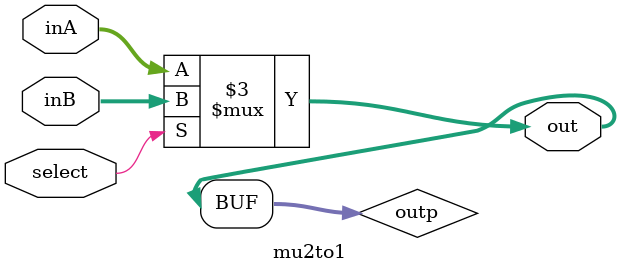
<source format=v>
`timescale 1ns/1ns
module mu2to1 (inA, inB, select, out);

	input [3:0] inA, inB;
	input select;
	
	reg [3:0] outp;
	output [3:0] out;

	always @(inA, inB, select)begin
		if (select) 
			outp = inB;
		else
			outp = inA;
	end
	assign out = outp;
	
	//initial $monitor("%b %b %b", inA, inB, out);
endmodule
</source>
